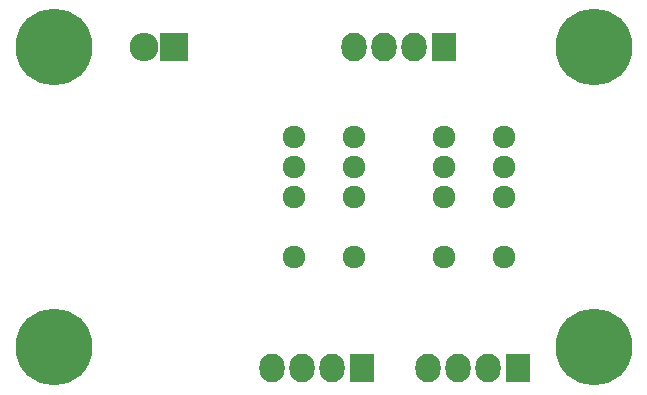
<source format=gbr>
G04 #@! TF.FileFunction,Soldermask,Bot*
%FSLAX46Y46*%
G04 Gerber Fmt 4.6, Leading zero omitted, Abs format (unit mm)*
G04 Created by KiCad (PCBNEW 4.0.5+dfsg1-4) date Tue Jul 17 10:21:43 2018*
%MOMM*%
%LPD*%
G01*
G04 APERTURE LIST*
%ADD10C,0.100000*%
%ADD11C,1.924000*%
%ADD12R,2.127200X2.432000*%
%ADD13O,2.127200X2.432000*%
%ADD14R,2.432000X2.432000*%
%ADD15O,2.432000X2.432000*%
%ADD16C,6.496000*%
G04 APERTURE END LIST*
D10*
D11*
X91440000Y-96520000D03*
X91440000Y-93980000D03*
X91440000Y-91440000D03*
X91440000Y-101600000D03*
X96520000Y-101600000D03*
X96520000Y-96520000D03*
X96520000Y-93980000D03*
X96520000Y-91440000D03*
X78740000Y-96520000D03*
X78740000Y-93980000D03*
X78740000Y-91440000D03*
X78740000Y-101600000D03*
X83820000Y-101600000D03*
X83820000Y-96520000D03*
X83820000Y-93980000D03*
X83820000Y-91440000D03*
D12*
X91440000Y-83820000D03*
D13*
X88900000Y-83820000D03*
X86360000Y-83820000D03*
X83820000Y-83820000D03*
D14*
X68580000Y-83820000D03*
D15*
X66040000Y-83820000D03*
D12*
X97750000Y-111000000D03*
D13*
X95210000Y-111000000D03*
X92670000Y-111000000D03*
X90130000Y-111000000D03*
D12*
X84500000Y-111000000D03*
D13*
X81960000Y-111000000D03*
X79420000Y-111000000D03*
X76880000Y-111000000D03*
D16*
X58420000Y-83820000D03*
X104140000Y-83820000D03*
X58420000Y-109220000D03*
X104140000Y-109220000D03*
M02*

</source>
